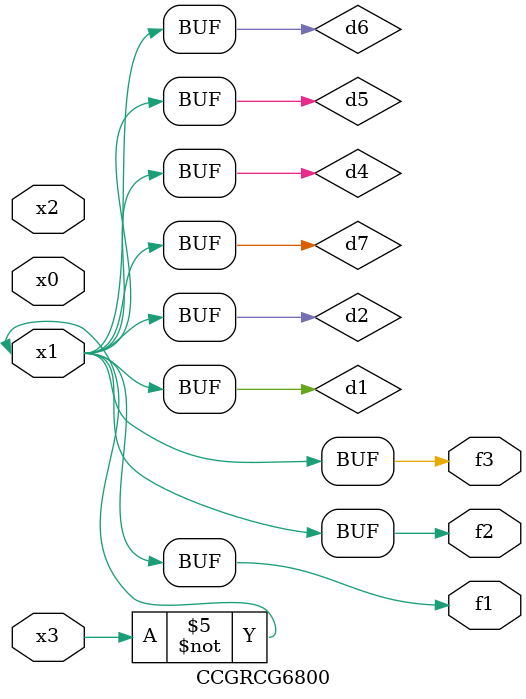
<source format=v>
module CCGRCG6800(
	input x0, x1, x2, x3,
	output f1, f2, f3
);

	wire d1, d2, d3, d4, d5, d6, d7;

	not (d1, x3);
	buf (d2, x1);
	xnor (d3, d1, d2);
	nor (d4, d1);
	buf (d5, d1, d2);
	buf (d6, d4, d5);
	nand (d7, d4);
	assign f1 = d6;
	assign f2 = d7;
	assign f3 = d6;
endmodule

</source>
